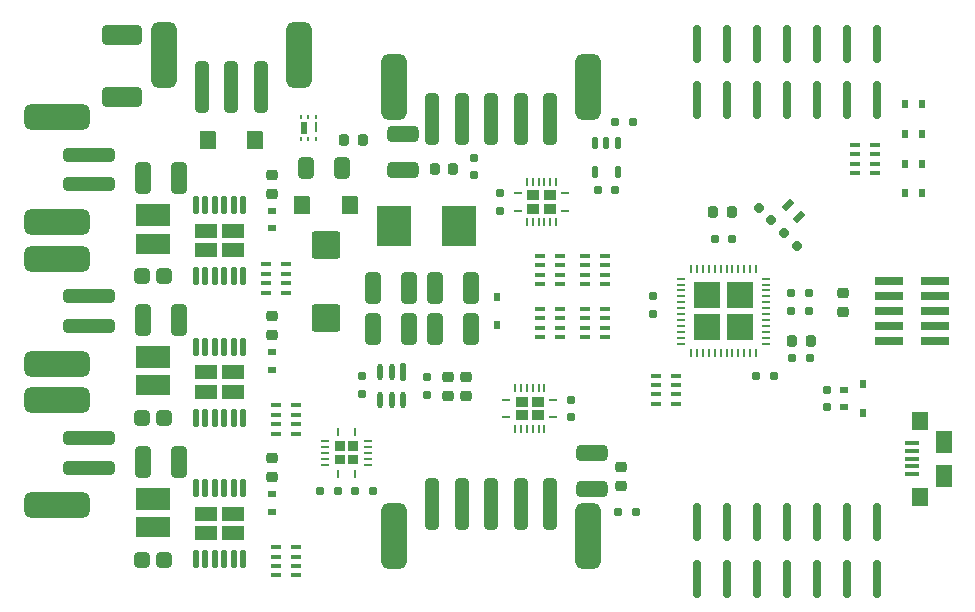
<source format=gtp>
G04*
G04 #@! TF.GenerationSoftware,Altium Limited,Altium Designer,18.0.7 (293)*
G04*
G04 Layer_Color=8421504*
%FSLAX25Y25*%
%MOIN*%
G70*
G01*
G75*
%ADD14R,0.08858X0.08858*%
%ADD15R,0.08858X0.08858*%
%ADD16R,0.08858X0.08858*%
%ADD17R,0.08858X0.08858*%
%ADD18R,0.04213X0.03228*%
%ADD19R,0.07284X0.04921*%
%ADD20R,0.07284X0.04724*%
%ADD21R,0.07284X0.04724*%
%ADD22R,0.07284X0.04724*%
%ADD23R,0.07284X0.04724*%
%ADD24R,0.11811X0.07677*%
%ADD25R,0.11811X0.07087*%
%ADD26O,0.03150X0.00591*%
%ADD27O,0.00591X0.03150*%
%ADD28O,0.00906X0.03150*%
%ADD29O,0.03150X0.00906*%
G04:AMPARAMS|DCode=30|XSize=37.4mil|YSize=33.47mil|CornerRadius=7.87mil|HoleSize=0mil|Usage=FLASHONLY|Rotation=180.000|XOffset=0mil|YOffset=0mil|HoleType=Round|Shape=RoundedRectangle|*
%AMROUNDEDRECTD30*
21,1,0.03740,0.01772,0,0,180.0*
21,1,0.02165,0.03347,0,0,180.0*
1,1,0.01575,-0.01083,0.00886*
1,1,0.01575,0.01083,0.00886*
1,1,0.01575,0.01083,-0.00886*
1,1,0.01575,-0.01083,-0.00886*
%
%ADD30ROUNDEDRECTD30*%
G04:AMPARAMS|DCode=31|XSize=37.4mil|YSize=33.47mil|CornerRadius=7.87mil|HoleSize=0mil|Usage=FLASHONLY|Rotation=270.000|XOffset=0mil|YOffset=0mil|HoleType=Round|Shape=RoundedRectangle|*
%AMROUNDEDRECTD31*
21,1,0.03740,0.01772,0,0,270.0*
21,1,0.02165,0.03347,0,0,270.0*
1,1,0.01575,-0.00886,-0.01083*
1,1,0.01575,-0.00886,0.01083*
1,1,0.01575,0.00886,0.01083*
1,1,0.01575,0.00886,-0.01083*
%
%ADD31ROUNDEDRECTD31*%
G04:AMPARAMS|DCode=32|XSize=29.53mil|YSize=29.53mil|CornerRadius=6.89mil|HoleSize=0mil|Usage=FLASHONLY|Rotation=90.000|XOffset=0mil|YOffset=0mil|HoleType=Round|Shape=RoundedRectangle|*
%AMROUNDEDRECTD32*
21,1,0.02953,0.01575,0,0,90.0*
21,1,0.01575,0.02953,0,0,90.0*
1,1,0.01378,0.00787,0.00787*
1,1,0.01378,0.00787,-0.00787*
1,1,0.01378,-0.00787,-0.00787*
1,1,0.01378,-0.00787,0.00787*
%
%ADD32ROUNDEDRECTD32*%
G04:AMPARAMS|DCode=33|XSize=29.53mil|YSize=29.53mil|CornerRadius=6.89mil|HoleSize=0mil|Usage=FLASHONLY|Rotation=0.000|XOffset=0mil|YOffset=0mil|HoleType=Round|Shape=RoundedRectangle|*
%AMROUNDEDRECTD33*
21,1,0.02953,0.01575,0,0,0.0*
21,1,0.01575,0.02953,0,0,0.0*
1,1,0.01378,0.00787,-0.00787*
1,1,0.01378,-0.00787,-0.00787*
1,1,0.01378,-0.00787,0.00787*
1,1,0.01378,0.00787,0.00787*
%
%ADD33ROUNDEDRECTD33*%
G04:AMPARAMS|DCode=34|XSize=29.53mil|YSize=29.53mil|CornerRadius=6.89mil|HoleSize=0mil|Usage=FLASHONLY|Rotation=45.000|XOffset=0mil|YOffset=0mil|HoleType=Round|Shape=RoundedRectangle|*
%AMROUNDEDRECTD34*
21,1,0.02953,0.01575,0,0,45.0*
21,1,0.01575,0.02953,0,0,45.0*
1,1,0.01378,0.01114,0.00000*
1,1,0.01378,0.00000,-0.01114*
1,1,0.01378,-0.01114,0.00000*
1,1,0.01378,0.00000,0.01114*
%
%ADD34ROUNDEDRECTD34*%
G04:AMPARAMS|DCode=35|XSize=104.33mil|YSize=53.15mil|CornerRadius=12.8mil|HoleSize=0mil|Usage=FLASHONLY|Rotation=90.000|XOffset=0mil|YOffset=0mil|HoleType=Round|Shape=RoundedRectangle|*
%AMROUNDEDRECTD35*
21,1,0.10433,0.02756,0,0,90.0*
21,1,0.07874,0.05315,0,0,90.0*
1,1,0.02559,0.01378,0.03937*
1,1,0.02559,0.01378,-0.03937*
1,1,0.02559,-0.01378,-0.03937*
1,1,0.02559,-0.01378,0.03937*
%
%ADD35ROUNDEDRECTD35*%
G04:AMPARAMS|DCode=36|XSize=104.33mil|YSize=53.15mil|CornerRadius=12.8mil|HoleSize=0mil|Usage=FLASHONLY|Rotation=0.000|XOffset=0mil|YOffset=0mil|HoleType=Round|Shape=RoundedRectangle|*
%AMROUNDEDRECTD36*
21,1,0.10433,0.02756,0,0,0.0*
21,1,0.07874,0.05315,0,0,0.0*
1,1,0.02559,0.03937,-0.01378*
1,1,0.02559,-0.03937,-0.01378*
1,1,0.02559,-0.03937,0.01378*
1,1,0.02559,0.03937,0.01378*
%
%ADD36ROUNDEDRECTD36*%
G04:AMPARAMS|DCode=37|XSize=114.17mil|YSize=135.83mil|CornerRadius=7.73mil|HoleSize=0mil|Usage=FLASHONLY|Rotation=0.000|XOffset=0mil|YOffset=0mil|HoleType=Round|Shape=RoundedRectangle|*
%AMROUNDEDRECTD37*
21,1,0.11417,0.12037,0,0,0.0*
21,1,0.09872,0.13583,0,0,0.0*
1,1,0.01545,0.04936,-0.06019*
1,1,0.01545,-0.04936,-0.06019*
1,1,0.01545,-0.04936,0.06019*
1,1,0.01545,0.04936,0.06019*
%
%ADD37ROUNDEDRECTD37*%
%ADD38R,0.02165X0.02953*%
G04:AMPARAMS|DCode=39|XSize=53.15mil|YSize=62.6mil|CornerRadius=4.53mil|HoleSize=0mil|Usage=FLASHONLY|Rotation=0.000|XOffset=0mil|YOffset=0mil|HoleType=Round|Shape=RoundedRectangle|*
%AMROUNDEDRECTD39*
21,1,0.05315,0.05354,0,0,0.0*
21,1,0.04409,0.06260,0,0,0.0*
1,1,0.00906,0.02205,-0.02677*
1,1,0.00906,-0.02205,-0.02677*
1,1,0.00906,-0.02205,0.02677*
1,1,0.00906,0.02205,0.02677*
%
%ADD39ROUNDEDRECTD39*%
%ADD40R,0.09252X0.02795*%
%ADD41R,0.05118X0.01378*%
G04:AMPARAMS|DCode=42|XSize=84.65mil|YSize=218.5mil|CornerRadius=20.67mil|HoleSize=0mil|Usage=FLASHONLY|Rotation=0.000|XOffset=0mil|YOffset=0mil|HoleType=Round|Shape=RoundedRectangle|*
%AMROUNDEDRECTD42*
21,1,0.08465,0.17717,0,0,0.0*
21,1,0.04331,0.21850,0,0,0.0*
1,1,0.04134,0.02165,-0.08858*
1,1,0.04134,-0.02165,-0.08858*
1,1,0.04134,-0.02165,0.08858*
1,1,0.04134,0.02165,0.08858*
%
%ADD42ROUNDEDRECTD42*%
G04:AMPARAMS|DCode=43|XSize=45.28mil|YSize=171.26mil|CornerRadius=10.83mil|HoleSize=0mil|Usage=FLASHONLY|Rotation=0.000|XOffset=0mil|YOffset=0mil|HoleType=Round|Shape=RoundedRectangle|*
%AMROUNDEDRECTD43*
21,1,0.04528,0.14961,0,0,0.0*
21,1,0.02362,0.17126,0,0,0.0*
1,1,0.02165,0.01181,-0.07480*
1,1,0.02165,-0.01181,-0.07480*
1,1,0.02165,-0.01181,0.07480*
1,1,0.02165,0.01181,0.07480*
%
%ADD43ROUNDEDRECTD43*%
G04:AMPARAMS|DCode=44|XSize=29.53mil|YSize=124.02mil|CornerRadius=6.89mil|HoleSize=0mil|Usage=FLASHONLY|Rotation=0.000|XOffset=0mil|YOffset=0mil|HoleType=Round|Shape=RoundedRectangle|*
%AMROUNDEDRECTD44*
21,1,0.02953,0.11024,0,0,0.0*
21,1,0.01575,0.12402,0,0,0.0*
1,1,0.01378,0.00787,-0.05512*
1,1,0.01378,-0.00787,-0.05512*
1,1,0.01378,-0.00787,0.05512*
1,1,0.01378,0.00787,0.05512*
%
%ADD44ROUNDEDRECTD44*%
G04:AMPARAMS|DCode=45|XSize=15.75mil|YSize=33.47mil|CornerRadius=3.45mil|HoleSize=0mil|Usage=FLASHONLY|Rotation=270.000|XOffset=0mil|YOffset=0mil|HoleType=Round|Shape=RoundedRectangle|*
%AMROUNDEDRECTD45*
21,1,0.01575,0.02657,0,0,270.0*
21,1,0.00886,0.03347,0,0,270.0*
1,1,0.00689,-0.01329,-0.00443*
1,1,0.00689,-0.01329,0.00443*
1,1,0.00689,0.01329,0.00443*
1,1,0.00689,0.01329,-0.00443*
%
%ADD45ROUNDEDRECTD45*%
G04:AMPARAMS|DCode=46|XSize=19.68mil|YSize=41.34mil|CornerRadius=4.43mil|HoleSize=0mil|Usage=FLASHONLY|Rotation=0.000|XOffset=0mil|YOffset=0mil|HoleType=Round|Shape=RoundedRectangle|*
%AMROUNDEDRECTD46*
21,1,0.01968,0.03248,0,0,0.0*
21,1,0.01083,0.04134,0,0,0.0*
1,1,0.00886,0.00541,-0.01624*
1,1,0.00886,-0.00541,-0.01624*
1,1,0.00886,-0.00541,0.01624*
1,1,0.00886,0.00541,0.01624*
%
%ADD46ROUNDEDRECTD46*%
G04:AMPARAMS|DCode=47|XSize=29.53mil|YSize=21.65mil|CornerRadius=4.92mil|HoleSize=0mil|Usage=FLASHONLY|Rotation=180.000|XOffset=0mil|YOffset=0mil|HoleType=Round|Shape=RoundedRectangle|*
%AMROUNDEDRECTD47*
21,1,0.02953,0.01181,0,0,180.0*
21,1,0.01968,0.02165,0,0,180.0*
1,1,0.00984,-0.00984,0.00591*
1,1,0.00984,0.00984,0.00591*
1,1,0.00984,0.00984,-0.00591*
1,1,0.00984,-0.00984,-0.00591*
%
%ADD47ROUNDEDRECTD47*%
%ADD48R,0.05315X0.07284*%
%ADD49R,0.05315X0.06102*%
G04:AMPARAMS|DCode=50|XSize=21.65mil|YSize=41.34mil|CornerRadius=1.38mil|HoleSize=0mil|Usage=FLASHONLY|Rotation=315.000|XOffset=0mil|YOffset=0mil|HoleType=Round|Shape=RoundedRectangle|*
%AMROUNDEDRECTD50*
21,1,0.02165,0.03858,0,0,315.0*
21,1,0.01890,0.04134,0,0,315.0*
1,1,0.00276,-0.00696,-0.02032*
1,1,0.00276,-0.02032,-0.00696*
1,1,0.00276,0.00696,0.02032*
1,1,0.00276,0.02032,0.00696*
%
%ADD50ROUNDEDRECTD50*%
G04:AMPARAMS|DCode=51|XSize=57.09mil|YSize=17.72mil|CornerRadius=3.94mil|HoleSize=0mil|Usage=FLASHONLY|Rotation=270.000|XOffset=0mil|YOffset=0mil|HoleType=Round|Shape=RoundedRectangle|*
%AMROUNDEDRECTD51*
21,1,0.05709,0.00984,0,0,270.0*
21,1,0.04921,0.01772,0,0,270.0*
1,1,0.00787,-0.00492,-0.02461*
1,1,0.00787,-0.00492,0.02461*
1,1,0.00787,0.00492,0.02461*
1,1,0.00787,0.00492,-0.02461*
%
%ADD51ROUNDEDRECTD51*%
%ADD52O,0.01772X0.05709*%
G04:AMPARAMS|DCode=53|XSize=59.06mil|YSize=19.68mil|CornerRadius=4.43mil|HoleSize=0mil|Usage=FLASHONLY|Rotation=90.000|XOffset=0mil|YOffset=0mil|HoleType=Round|Shape=RoundedRectangle|*
%AMROUNDEDRECTD53*
21,1,0.05906,0.01083,0,0,90.0*
21,1,0.05020,0.01968,0,0,90.0*
1,1,0.00886,0.00541,0.02510*
1,1,0.00886,0.00541,-0.02510*
1,1,0.00886,-0.00541,-0.02510*
1,1,0.00886,-0.00541,0.02510*
%
%ADD53ROUNDEDRECTD53*%
G04:AMPARAMS|DCode=54|XSize=52.76mil|YSize=53.15mil|CornerRadius=12.7mil|HoleSize=0mil|Usage=FLASHONLY|Rotation=90.000|XOffset=0mil|YOffset=0mil|HoleType=Round|Shape=RoundedRectangle|*
%AMROUNDEDRECTD54*
21,1,0.05276,0.02776,0,0,90.0*
21,1,0.02736,0.05315,0,0,90.0*
1,1,0.02539,0.01388,0.01368*
1,1,0.02539,0.01388,-0.01368*
1,1,0.02539,-0.01388,-0.01368*
1,1,0.02539,-0.01388,0.01368*
%
%ADD54ROUNDEDRECTD54*%
%ADD55R,0.00984X0.01181*%
G04:AMPARAMS|DCode=56|XSize=9.84mil|YSize=11.81mil|CornerRadius=0.2mil|HoleSize=0mil|Usage=FLASHONLY|Rotation=0.000|XOffset=0mil|YOffset=0mil|HoleType=Round|Shape=RoundedRectangle|*
%AMROUNDEDRECTD56*
21,1,0.00984,0.01142,0,0,0.0*
21,1,0.00945,0.01181,0,0,0.0*
1,1,0.00039,0.00472,-0.00571*
1,1,0.00039,-0.00472,-0.00571*
1,1,0.00039,-0.00472,0.00571*
1,1,0.00039,0.00472,0.00571*
%
%ADD56ROUNDEDRECTD56*%
%ADD57R,0.02165X0.04331*%
G04:AMPARAMS|DCode=58|XSize=5.32mil|YSize=30.32mil|CornerRadius=0mil|HoleSize=0mil|Usage=FLASHONLY|Rotation=0.000|XOffset=0mil|YOffset=0mil|HoleType=Round|Shape=RoundedRectangle|*
%AMROUNDEDRECTD58*
21,1,0.00532,0.03032,0,0,0.0*
21,1,0.00532,0.03032,0,0,0.0*
1,1,0.00000,0.00266,-0.01516*
1,1,0.00000,-0.00266,-0.01516*
1,1,0.00000,-0.00266,0.01516*
1,1,0.00000,0.00266,0.01516*
%
%ADD58ROUNDEDRECTD58*%
G04:AMPARAMS|DCode=59|XSize=91.34mil|YSize=93.7mil|CornerRadius=8.35mil|HoleSize=0mil|Usage=FLASHONLY|Rotation=90.000|XOffset=0mil|YOffset=0mil|HoleType=Round|Shape=RoundedRectangle|*
%AMROUNDEDRECTD59*
21,1,0.09134,0.07701,0,0,90.0*
21,1,0.07465,0.09370,0,0,90.0*
1,1,0.01669,0.03850,0.03732*
1,1,0.01669,0.03850,-0.03732*
1,1,0.01669,-0.03850,-0.03732*
1,1,0.01669,-0.03850,0.03732*
%
%ADD59ROUNDEDRECTD59*%
G04:AMPARAMS|DCode=60|XSize=29.53mil|YSize=21.65mil|CornerRadius=4.92mil|HoleSize=0mil|Usage=FLASHONLY|Rotation=270.000|XOffset=0mil|YOffset=0mil|HoleType=Round|Shape=RoundedRectangle|*
%AMROUNDEDRECTD60*
21,1,0.02953,0.01181,0,0,270.0*
21,1,0.01968,0.02165,0,0,270.0*
1,1,0.00984,-0.00591,-0.00984*
1,1,0.00984,-0.00591,0.00984*
1,1,0.00984,0.00591,0.00984*
1,1,0.00984,0.00591,-0.00984*
%
%ADD60ROUNDEDRECTD60*%
G04:AMPARAMS|DCode=61|XSize=45.28mil|YSize=171.26mil|CornerRadius=10.83mil|HoleSize=0mil|Usage=FLASHONLY|Rotation=90.000|XOffset=0mil|YOffset=0mil|HoleType=Round|Shape=RoundedRectangle|*
%AMROUNDEDRECTD61*
21,1,0.04528,0.14961,0,0,90.0*
21,1,0.02362,0.17126,0,0,90.0*
1,1,0.02165,0.07480,0.01181*
1,1,0.02165,0.07480,-0.01181*
1,1,0.02165,-0.07480,-0.01181*
1,1,0.02165,-0.07480,0.01181*
%
%ADD61ROUNDEDRECTD61*%
G04:AMPARAMS|DCode=62|XSize=84.65mil|YSize=218.5mil|CornerRadius=20.67mil|HoleSize=0mil|Usage=FLASHONLY|Rotation=90.000|XOffset=0mil|YOffset=0mil|HoleType=Round|Shape=RoundedRectangle|*
%AMROUNDEDRECTD62*
21,1,0.08465,0.17717,0,0,90.0*
21,1,0.04331,0.21850,0,0,90.0*
1,1,0.04134,0.08858,0.02165*
1,1,0.04134,0.08858,-0.02165*
1,1,0.04134,-0.08858,-0.02165*
1,1,0.04134,-0.08858,0.02165*
%
%ADD62ROUNDEDRECTD62*%
G04:AMPARAMS|DCode=63|XSize=72.84mil|YSize=53.15mil|CornerRadius=12.8mil|HoleSize=0mil|Usage=FLASHONLY|Rotation=90.000|XOffset=0mil|YOffset=0mil|HoleType=Round|Shape=RoundedRectangle|*
%AMROUNDEDRECTD63*
21,1,0.07284,0.02756,0,0,90.0*
21,1,0.04724,0.05315,0,0,90.0*
1,1,0.02559,0.01378,0.02362*
1,1,0.02559,0.01378,-0.02362*
1,1,0.02559,-0.01378,-0.02362*
1,1,0.02559,-0.01378,0.02362*
%
%ADD63ROUNDEDRECTD63*%
G04:AMPARAMS|DCode=64|XSize=68.11mil|YSize=135.83mil|CornerRadius=16.54mil|HoleSize=0mil|Usage=FLASHONLY|Rotation=270.000|XOffset=0mil|YOffset=0mil|HoleType=Round|Shape=RoundedRectangle|*
%AMROUNDEDRECTD64*
21,1,0.06811,0.10276,0,0,270.0*
21,1,0.03504,0.13583,0,0,270.0*
1,1,0.03307,-0.05138,-0.01752*
1,1,0.03307,-0.05138,0.01752*
1,1,0.03307,0.05138,0.01752*
1,1,0.03307,0.05138,-0.01752*
%
%ADD64ROUNDEDRECTD64*%
G36*
X108661Y47362D02*
X105433D01*
Y50591D01*
X108661D01*
Y47362D01*
D02*
G37*
G36*
Y51772D02*
X105433D01*
Y55000D01*
X108661D01*
Y51772D01*
D02*
G37*
G36*
X113071Y47362D02*
X109843D01*
Y50591D01*
X113071D01*
Y47362D01*
D02*
G37*
G36*
Y51772D02*
X109843D01*
Y55000D01*
X113071D01*
Y51772D01*
D02*
G37*
D14*
X240317Y103839D02*
D03*
D15*
X240317Y93012D02*
D03*
D16*
X229491Y103839D02*
D03*
D17*
X229491Y93012D02*
D03*
D18*
X171516Y137047D02*
D03*
X176909D02*
D03*
X171516Y132638D02*
D03*
X176909D02*
D03*
X172972Y63740D02*
D03*
X167579D02*
D03*
X172972Y68150D02*
D03*
X167579D02*
D03*
D19*
X71358Y30779D02*
D03*
X62500Y30779D02*
D03*
Y78024D02*
D03*
X71358Y78024D02*
D03*
Y125268D02*
D03*
X62500Y125268D02*
D03*
D20*
X71358Y24382D02*
D03*
Y71626D02*
D03*
D21*
X62500Y24382D02*
D03*
Y71626D02*
D03*
D22*
X71358Y118870D02*
D03*
D23*
X62500Y118870D02*
D03*
D24*
X44685Y35831D02*
D03*
Y83075D02*
D03*
Y130319D02*
D03*
D25*
Y26480D02*
D03*
Y73724D02*
D03*
Y120968D02*
D03*
D26*
X248979Y109252D02*
D03*
Y107283D02*
D03*
Y105315D02*
D03*
Y103347D02*
D03*
Y101378D02*
D03*
Y99410D02*
D03*
Y97441D02*
D03*
Y95472D02*
D03*
Y93504D02*
D03*
Y91535D02*
D03*
Y89567D02*
D03*
Y87598D02*
D03*
X220829D02*
D03*
Y89567D02*
D03*
Y91535D02*
D03*
Y93504D02*
D03*
Y95472D02*
D03*
Y97441D02*
D03*
Y99410D02*
D03*
Y101378D02*
D03*
Y103347D02*
D03*
Y105315D02*
D03*
Y107283D02*
D03*
Y109252D02*
D03*
D27*
X245731Y84350D02*
D03*
X243762D02*
D03*
X241794D02*
D03*
X239825D02*
D03*
X237857D02*
D03*
X235888D02*
D03*
X233920D02*
D03*
X231951D02*
D03*
X229983D02*
D03*
X228014D02*
D03*
X226046D02*
D03*
X224077D02*
D03*
Y112500D02*
D03*
X226046D02*
D03*
X228014D02*
D03*
X229983D02*
D03*
X231951D02*
D03*
X233920D02*
D03*
X235888D02*
D03*
X237857D02*
D03*
X239825D02*
D03*
X241794D02*
D03*
X243762D02*
D03*
X245731D02*
D03*
D28*
X112205Y44094D02*
D03*
X106299D02*
D03*
Y58268D02*
D03*
X112205D02*
D03*
X177165Y141634D02*
D03*
X175197D02*
D03*
X173228D02*
D03*
X171260D02*
D03*
X169291D02*
D03*
Y128051D02*
D03*
X171260D02*
D03*
X173228D02*
D03*
X175197D02*
D03*
X177165D02*
D03*
X179134D02*
D03*
Y141634D02*
D03*
X167323Y59153D02*
D03*
X169291D02*
D03*
X171260D02*
D03*
X173228D02*
D03*
X175197D02*
D03*
Y72736D02*
D03*
X173228D02*
D03*
X171260D02*
D03*
X169291D02*
D03*
X167323D02*
D03*
X165354D02*
D03*
Y59153D02*
D03*
D29*
X102165Y47244D02*
D03*
Y49213D02*
D03*
Y51181D02*
D03*
Y53150D02*
D03*
Y55118D02*
D03*
X116339D02*
D03*
Y53150D02*
D03*
Y51181D02*
D03*
Y49213D02*
D03*
Y47244D02*
D03*
X181988Y131890D02*
D03*
Y137795D02*
D03*
X166437D02*
D03*
Y131890D02*
D03*
X162500Y68898D02*
D03*
Y62992D02*
D03*
X178051D02*
D03*
Y68898D02*
D03*
D30*
X148909Y76575D02*
D03*
Y70276D02*
D03*
X143004Y76575D02*
D03*
Y70276D02*
D03*
X200787Y46457D02*
D03*
Y40157D02*
D03*
X84252Y49409D02*
D03*
Y43110D02*
D03*
Y90354D02*
D03*
Y96653D02*
D03*
Y143898D02*
D03*
Y137598D02*
D03*
X274606Y98228D02*
D03*
Y104528D02*
D03*
D31*
X257677Y88583D02*
D03*
X263976D02*
D03*
X231496Y131496D02*
D03*
X237795D02*
D03*
X114567Y155512D02*
D03*
X108268D02*
D03*
X144882Y145669D02*
D03*
X138583D02*
D03*
D32*
X263447Y98425D02*
D03*
X257542D02*
D03*
X231951Y122343D02*
D03*
X237857D02*
D03*
X251636Y76772D02*
D03*
X245731D02*
D03*
X263447Y104331D02*
D03*
X257542D02*
D03*
X205709Y31496D02*
D03*
X199803D02*
D03*
X106299Y38386D02*
D03*
X100394D02*
D03*
X118110D02*
D03*
X112205D02*
D03*
X192913Y138779D02*
D03*
X198819D02*
D03*
X257874Y82677D02*
D03*
X263779D02*
D03*
X198819Y161417D02*
D03*
X204724D02*
D03*
D33*
X114279Y76772D02*
D03*
Y70866D02*
D03*
X136114Y76378D02*
D03*
Y70472D02*
D03*
X211282Y97441D02*
D03*
Y103347D02*
D03*
X269291Y72244D02*
D03*
Y66339D02*
D03*
X184055Y68898D02*
D03*
Y62992D02*
D03*
X160433Y137795D02*
D03*
Y131890D02*
D03*
X151575Y143701D02*
D03*
Y149606D02*
D03*
D34*
X246673Y132818D02*
D03*
X250849Y128642D02*
D03*
X255060Y124430D02*
D03*
X259236Y120255D02*
D03*
D35*
X130028Y92520D02*
D03*
X118004D02*
D03*
Y106299D02*
D03*
X130028D02*
D03*
X138673Y92520D02*
D03*
X150697D02*
D03*
Y106299D02*
D03*
X138673D02*
D03*
X41232Y48228D02*
D03*
X53256D02*
D03*
Y95473D02*
D03*
X41232D02*
D03*
Y142717D02*
D03*
X53256D02*
D03*
D36*
X190945Y39264D02*
D03*
Y51287D02*
D03*
X127953Y157587D02*
D03*
Y145563D02*
D03*
D37*
X125098Y126969D02*
D03*
X146555D02*
D03*
D38*
X281496Y74016D02*
D03*
Y64567D02*
D03*
X159449Y103150D02*
D03*
Y93701D02*
D03*
D39*
X110295Y133858D02*
D03*
X94429D02*
D03*
X62933Y155512D02*
D03*
X78799D02*
D03*
D40*
X290022Y88425D02*
D03*
Y93425D02*
D03*
Y98425D02*
D03*
Y103425D02*
D03*
Y108425D02*
D03*
X305377Y88425D02*
D03*
Y93425D02*
D03*
Y108425D02*
D03*
Y103425D02*
D03*
Y98425D02*
D03*
D41*
X297736Y46654D02*
D03*
Y49213D02*
D03*
Y54331D02*
D03*
Y51772D02*
D03*
Y44094D02*
D03*
D42*
X189764Y173228D02*
D03*
X125197D02*
D03*
X189764Y23622D02*
D03*
X125197D02*
D03*
X93307Y183858D02*
D03*
X48425D02*
D03*
D43*
X137795Y162598D02*
D03*
X147638D02*
D03*
X157480D02*
D03*
X167323D02*
D03*
X177165D02*
D03*
X137795Y34252D02*
D03*
X147638D02*
D03*
X157480D02*
D03*
X167323D02*
D03*
X177165D02*
D03*
X61024Y173228D02*
D03*
X70866D02*
D03*
X80709D02*
D03*
D44*
X225905Y168701D02*
D03*
X235906D02*
D03*
X245905D02*
D03*
X255906D02*
D03*
X265905D02*
D03*
X275905D02*
D03*
X285906D02*
D03*
Y187598D02*
D03*
X275905D02*
D03*
X265905D02*
D03*
X255906D02*
D03*
X245905D02*
D03*
X235906D02*
D03*
X225905D02*
D03*
Y9252D02*
D03*
X235906D02*
D03*
X245905D02*
D03*
X255906D02*
D03*
X265905D02*
D03*
X275905D02*
D03*
X285906D02*
D03*
Y28150D02*
D03*
X275905D02*
D03*
X265905D02*
D03*
X255906D02*
D03*
X245905D02*
D03*
X235906D02*
D03*
X225905D02*
D03*
D45*
X173819Y116929D02*
D03*
Y113779D02*
D03*
Y110630D02*
D03*
Y107480D02*
D03*
X180512D02*
D03*
Y110630D02*
D03*
Y113779D02*
D03*
Y116929D02*
D03*
X188583D02*
D03*
Y113779D02*
D03*
Y110630D02*
D03*
Y107480D02*
D03*
X195276D02*
D03*
Y110630D02*
D03*
Y113779D02*
D03*
Y116929D02*
D03*
X173819Y99213D02*
D03*
Y96063D02*
D03*
Y92913D02*
D03*
Y89764D02*
D03*
X180512D02*
D03*
Y92913D02*
D03*
Y96063D02*
D03*
Y99213D02*
D03*
X188583D02*
D03*
Y96063D02*
D03*
Y92913D02*
D03*
Y89764D02*
D03*
X195276D02*
D03*
Y92913D02*
D03*
Y96063D02*
D03*
Y99213D02*
D03*
X85630Y10339D02*
D03*
Y13488D02*
D03*
Y16638D02*
D03*
Y19787D02*
D03*
X92323D02*
D03*
Y16638D02*
D03*
Y13488D02*
D03*
Y10339D02*
D03*
X218959Y67520D02*
D03*
Y70669D02*
D03*
Y73819D02*
D03*
Y76968D02*
D03*
X212266D02*
D03*
Y73819D02*
D03*
Y70669D02*
D03*
Y67520D02*
D03*
X85630Y57583D02*
D03*
Y60732D02*
D03*
Y63882D02*
D03*
Y67032D02*
D03*
X92323D02*
D03*
Y63882D02*
D03*
Y60732D02*
D03*
Y57583D02*
D03*
X88976Y104528D02*
D03*
Y107677D02*
D03*
Y110827D02*
D03*
Y113976D02*
D03*
X82284D02*
D03*
Y110827D02*
D03*
Y107677D02*
D03*
Y104528D02*
D03*
X285433Y153937D02*
D03*
Y150787D02*
D03*
Y147638D02*
D03*
Y144488D02*
D03*
X278740D02*
D03*
Y147638D02*
D03*
Y150787D02*
D03*
Y153937D02*
D03*
D46*
X199606Y154331D02*
D03*
X195866D02*
D03*
X192126D02*
D03*
Y144882D02*
D03*
X199606D02*
D03*
D47*
X275197Y66535D02*
D03*
Y72047D02*
D03*
X84252Y131890D02*
D03*
Y125984D02*
D03*
Y84646D02*
D03*
Y78740D02*
D03*
Y37402D02*
D03*
Y31496D02*
D03*
D48*
X308268Y54921D02*
D03*
Y43504D02*
D03*
D49*
X300394Y61811D02*
D03*
Y36614D02*
D03*
D50*
X256319Y133838D02*
D03*
X260216Y129941D02*
D03*
D51*
X127969Y78110D02*
D03*
D52*
X124228D02*
D03*
X120488D02*
D03*
X127969Y68818D02*
D03*
X124228D02*
D03*
X120488D02*
D03*
D53*
X59055Y15693D02*
D03*
X62205D02*
D03*
X65354D02*
D03*
X68504D02*
D03*
X71653D02*
D03*
X74803D02*
D03*
Y39370D02*
D03*
X71653D02*
D03*
X68504D02*
D03*
X65354D02*
D03*
X62205D02*
D03*
X59055D02*
D03*
Y86614D02*
D03*
X62205D02*
D03*
X65354D02*
D03*
X68504D02*
D03*
X71653D02*
D03*
X74803D02*
D03*
Y62937D02*
D03*
X71653D02*
D03*
X68504D02*
D03*
X65354D02*
D03*
X62205D02*
D03*
X59055D02*
D03*
Y110181D02*
D03*
X62205D02*
D03*
X65354D02*
D03*
X68504D02*
D03*
X71653D02*
D03*
X74803D02*
D03*
Y133858D02*
D03*
X71653D02*
D03*
X68504D02*
D03*
X65354D02*
D03*
X62205D02*
D03*
X59055D02*
D03*
D54*
X48307Y15630D02*
D03*
X41063D02*
D03*
Y62874D02*
D03*
X48307D02*
D03*
Y110118D02*
D03*
X41063D02*
D03*
D55*
X93898Y163091D02*
D03*
X96457D02*
D03*
X93898Y155807D02*
D03*
X96457D02*
D03*
D56*
X99016Y163091D02*
D03*
Y155807D02*
D03*
D57*
X95177Y159449D02*
D03*
D58*
X99083Y159843D02*
D03*
D59*
X102362Y120551D02*
D03*
Y95984D02*
D03*
D60*
X301181Y137795D02*
D03*
X295276D02*
D03*
X301181Y147638D02*
D03*
X295276D02*
D03*
X301181Y157480D02*
D03*
X295276D02*
D03*
X301181Y167323D02*
D03*
X295276D02*
D03*
D61*
X23228Y150591D02*
D03*
Y140748D02*
D03*
Y103347D02*
D03*
Y93504D02*
D03*
Y46260D02*
D03*
Y56102D02*
D03*
D62*
X12598Y128150D02*
D03*
Y163189D02*
D03*
Y80905D02*
D03*
Y115945D02*
D03*
Y68701D02*
D03*
Y33661D02*
D03*
D63*
X107587Y146063D02*
D03*
X95563D02*
D03*
D64*
X34449Y190413D02*
D03*
Y169823D02*
D03*
M02*

</source>
